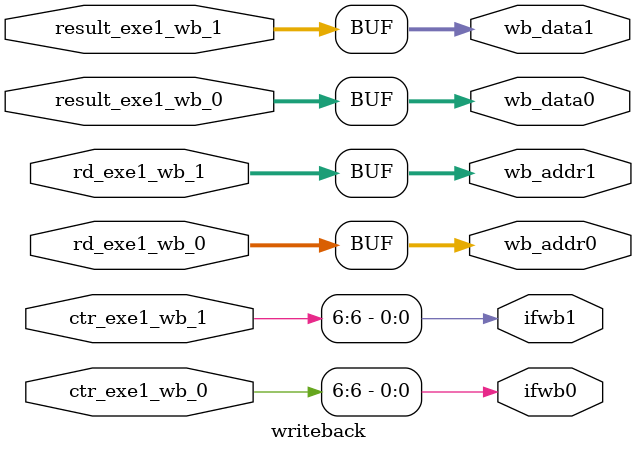
<source format=v>
module writeback (
    input [31:0]result_exe1_wb_0,result_exe1_wb_1,ctr_exe1_wb_0,ctr_exe1_wb_1,
    input [4:0]rd_exe1_wb_0,rd_exe1_wb_1,
    output [31:0]wb_data0,wb_data1,
    output [4:0]wb_addr0,wb_addr1,
    output ifwb0,ifwb1
);
    // assign wb_addr0=ctr_exe1_wb_0[6]?rd_exe1_wb_0:0;
    // assign wb_data0=ctr_exe1_wb_0[6]?result_exe1_wb_0:0;
    // assign wb_addr1=ctr_exe1_wb_1[6]?rd_exe1_wb_1:0;
    // assign wb_data1=ctr_exe1_wb_1[6]?result_exe1_wb_1:0;
    assign wb_addr0=rd_exe1_wb_0;
    assign wb_data0=result_exe1_wb_0;
    assign wb_addr1=rd_exe1_wb_1;
    assign wb_data1=result_exe1_wb_1;
    assign ifwb0=ctr_exe1_wb_0[6];
    assign ifwb1=ctr_exe1_wb_1[6];
    // wire regwrite0=ctr_exe1_wb_0[6];
    // wire regwrite1=ctr_exe1_wb_1[6];
    // always @(*) begin
    //     wb_data0=0;
    //     wb_addr0=0;
    //     wb_data1=0;
    //     wb_addr1=0;
    //     if(regwrite0) begin
    //         wb_addr0=rd_exe1_wb_0;
    //         wb_data0=result_exe1_wb_0;
    //     end
    //     if(regwrite1) begin
    //         wb_addr1=rd_exe1_wb_1;
    //         wb_data1=result_exe1_wb_1;
    //     end
    // end
endmodule

</source>
